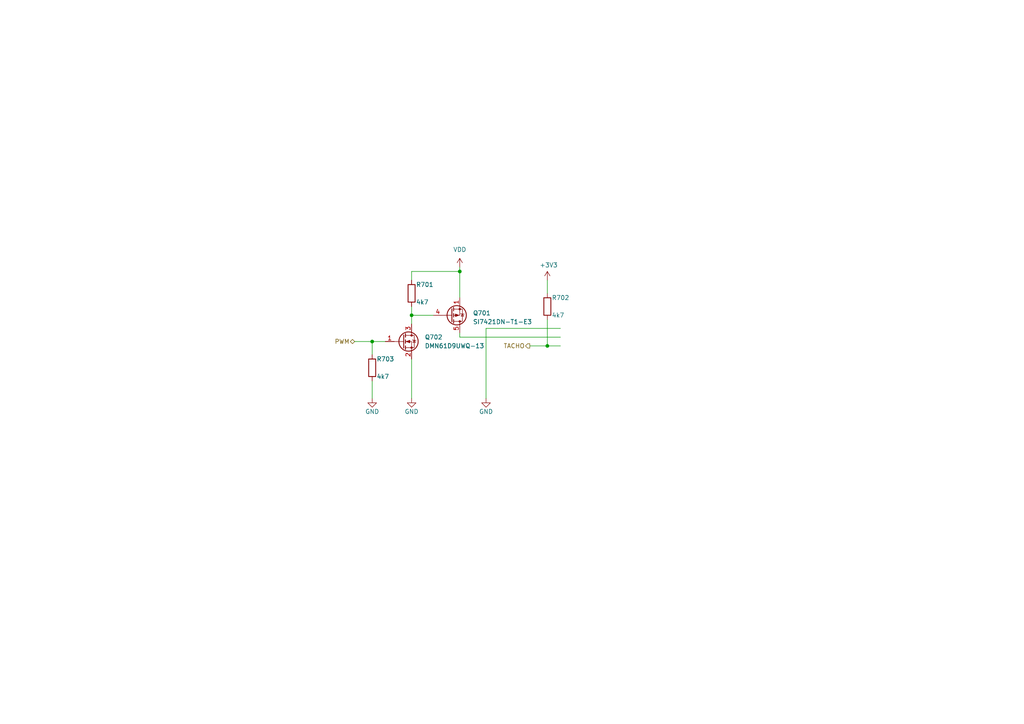
<source format=kicad_sch>
(kicad_sch
	(version 20231120)
	(generator "eeschema")
	(generator_version "8.0")
	(uuid "98cd95b4-d1be-4caa-8173-9ef0dc6d0fba")
	(paper "A4")
	(lib_symbols
		(symbol "Device:Q_NMOS_GSD"
			(pin_names
				(offset 0) hide)
			(exclude_from_sim no)
			(in_bom yes)
			(on_board yes)
			(property "Reference" "Q"
				(at 5.08 1.27 0)
				(effects
					(font
						(size 1.27 1.27)
					)
					(justify left)
				)
			)
			(property "Value" "Q_NMOS_GSD"
				(at 5.08 -1.27 0)
				(effects
					(font
						(size 1.27 1.27)
					)
					(justify left)
				)
			)
			(property "Footprint" ""
				(at 5.08 2.54 0)
				(effects
					(font
						(size 1.27 1.27)
					)
					(hide yes)
				)
			)
			(property "Datasheet" "~"
				(at 0 0 0)
				(effects
					(font
						(size 1.27 1.27)
					)
					(hide yes)
				)
			)
			(property "Description" "N-MOSFET transistor, gate/source/drain"
				(at 0 0 0)
				(effects
					(font
						(size 1.27 1.27)
					)
					(hide yes)
				)
			)
			(property "ki_keywords" "transistor NMOS N-MOS N-MOSFET"
				(at 0 0 0)
				(effects
					(font
						(size 1.27 1.27)
					)
					(hide yes)
				)
			)
			(symbol "Q_NMOS_GSD_0_1"
				(polyline
					(pts
						(xy 0.254 0) (xy -2.54 0)
					)
					(stroke
						(width 0)
						(type default)
					)
					(fill
						(type none)
					)
				)
				(polyline
					(pts
						(xy 0.254 1.905) (xy 0.254 -1.905)
					)
					(stroke
						(width 0.254)
						(type default)
					)
					(fill
						(type none)
					)
				)
				(polyline
					(pts
						(xy 0.762 -1.27) (xy 0.762 -2.286)
					)
					(stroke
						(width 0.254)
						(type default)
					)
					(fill
						(type none)
					)
				)
				(polyline
					(pts
						(xy 0.762 0.508) (xy 0.762 -0.508)
					)
					(stroke
						(width 0.254)
						(type default)
					)
					(fill
						(type none)
					)
				)
				(polyline
					(pts
						(xy 0.762 2.286) (xy 0.762 1.27)
					)
					(stroke
						(width 0.254)
						(type default)
					)
					(fill
						(type none)
					)
				)
				(polyline
					(pts
						(xy 2.54 2.54) (xy 2.54 1.778)
					)
					(stroke
						(width 0)
						(type default)
					)
					(fill
						(type none)
					)
				)
				(polyline
					(pts
						(xy 2.54 -2.54) (xy 2.54 0) (xy 0.762 0)
					)
					(stroke
						(width 0)
						(type default)
					)
					(fill
						(type none)
					)
				)
				(polyline
					(pts
						(xy 0.762 -1.778) (xy 3.302 -1.778) (xy 3.302 1.778) (xy 0.762 1.778)
					)
					(stroke
						(width 0)
						(type default)
					)
					(fill
						(type none)
					)
				)
				(polyline
					(pts
						(xy 1.016 0) (xy 2.032 0.381) (xy 2.032 -0.381) (xy 1.016 0)
					)
					(stroke
						(width 0)
						(type default)
					)
					(fill
						(type outline)
					)
				)
				(polyline
					(pts
						(xy 2.794 0.508) (xy 2.921 0.381) (xy 3.683 0.381) (xy 3.81 0.254)
					)
					(stroke
						(width 0)
						(type default)
					)
					(fill
						(type none)
					)
				)
				(polyline
					(pts
						(xy 3.302 0.381) (xy 2.921 -0.254) (xy 3.683 -0.254) (xy 3.302 0.381)
					)
					(stroke
						(width 0)
						(type default)
					)
					(fill
						(type none)
					)
				)
				(circle
					(center 1.651 0)
					(radius 2.794)
					(stroke
						(width 0.254)
						(type default)
					)
					(fill
						(type none)
					)
				)
				(circle
					(center 2.54 -1.778)
					(radius 0.254)
					(stroke
						(width 0)
						(type default)
					)
					(fill
						(type outline)
					)
				)
				(circle
					(center 2.54 1.778)
					(radius 0.254)
					(stroke
						(width 0)
						(type default)
					)
					(fill
						(type outline)
					)
				)
			)
			(symbol "Q_NMOS_GSD_1_1"
				(pin input line
					(at -5.08 0 0)
					(length 2.54)
					(name "G"
						(effects
							(font
								(size 1.27 1.27)
							)
						)
					)
					(number "1"
						(effects
							(font
								(size 1.27 1.27)
							)
						)
					)
				)
				(pin passive line
					(at 2.54 -5.08 90)
					(length 2.54)
					(name "S"
						(effects
							(font
								(size 1.27 1.27)
							)
						)
					)
					(number "2"
						(effects
							(font
								(size 1.27 1.27)
							)
						)
					)
				)
				(pin passive line
					(at 2.54 5.08 270)
					(length 2.54)
					(name "D"
						(effects
							(font
								(size 1.27 1.27)
							)
						)
					)
					(number "3"
						(effects
							(font
								(size 1.27 1.27)
							)
						)
					)
				)
			)
		)
		(symbol "Device:R"
			(pin_numbers hide)
			(pin_names
				(offset 0)
			)
			(exclude_from_sim no)
			(in_bom yes)
			(on_board yes)
			(property "Reference" "R"
				(at 2.032 0 90)
				(effects
					(font
						(size 1.27 1.27)
					)
				)
			)
			(property "Value" "R"
				(at 0 0 90)
				(effects
					(font
						(size 1.27 1.27)
					)
				)
			)
			(property "Footprint" ""
				(at -1.778 0 90)
				(effects
					(font
						(size 1.27 1.27)
					)
					(hide yes)
				)
			)
			(property "Datasheet" "~"
				(at 0 0 0)
				(effects
					(font
						(size 1.27 1.27)
					)
					(hide yes)
				)
			)
			(property "Description" "Resistor"
				(at 0 0 0)
				(effects
					(font
						(size 1.27 1.27)
					)
					(hide yes)
				)
			)
			(property "ki_keywords" "R res resistor"
				(at 0 0 0)
				(effects
					(font
						(size 1.27 1.27)
					)
					(hide yes)
				)
			)
			(property "ki_fp_filters" "R_*"
				(at 0 0 0)
				(effects
					(font
						(size 1.27 1.27)
					)
					(hide yes)
				)
			)
			(symbol "R_0_1"
				(rectangle
					(start -1.016 -2.54)
					(end 1.016 2.54)
					(stroke
						(width 0.254)
						(type default)
					)
					(fill
						(type none)
					)
				)
			)
			(symbol "R_1_1"
				(pin passive line
					(at 0 3.81 270)
					(length 1.27)
					(name "~"
						(effects
							(font
								(size 1.27 1.27)
							)
						)
					)
					(number "1"
						(effects
							(font
								(size 1.27 1.27)
							)
						)
					)
				)
				(pin passive line
					(at 0 -3.81 90)
					(length 1.27)
					(name "~"
						(effects
							(font
								(size 1.27 1.27)
							)
						)
					)
					(number "2"
						(effects
							(font
								(size 1.27 1.27)
							)
						)
					)
				)
			)
		)
		(symbol "mylib_ic:SI7421DN-T1-E3"
			(pin_names
				(offset 0) hide)
			(exclude_from_sim no)
			(in_bom yes)
			(on_board yes)
			(property "Reference" "Q"
				(at 5.08 1.27 0)
				(effects
					(font
						(size 1.27 1.27)
					)
					(justify left)
				)
			)
			(property "Value" "SI7421DN-T1-E3"
				(at 5.08 -1.27 0)
				(effects
					(font
						(size 1.27 1.27)
					)
					(justify left)
				)
			)
			(property "Footprint" "Package_SO:Vishay_PowerPAK_1212-8_Single"
				(at 5.08 2.54 0)
				(effects
					(font
						(size 1.27 1.27)
					)
					(hide yes)
				)
			)
			(property "Datasheet" "~"
				(at 0 0 0)
				(effects
					(font
						(size 1.27 1.27)
					)
					(hide yes)
				)
			)
			(property "Description" "P-MOSFET transistor, drain/gate/source"
				(at 0 0 0)
				(effects
					(font
						(size 1.27 1.27)
					)
					(hide yes)
				)
			)
			(property "ki_keywords" "transistor PMOS P-MOS P-MOSFET"
				(at 0 0 0)
				(effects
					(font
						(size 1.27 1.27)
					)
					(hide yes)
				)
			)
			(symbol "SI7421DN-T1-E3_0_1"
				(polyline
					(pts
						(xy 0.254 0) (xy -2.54 0)
					)
					(stroke
						(width 0)
						(type default)
					)
					(fill
						(type none)
					)
				)
				(polyline
					(pts
						(xy 0.254 1.905) (xy 0.254 -1.905)
					)
					(stroke
						(width 0.254)
						(type default)
					)
					(fill
						(type none)
					)
				)
				(polyline
					(pts
						(xy 0.762 -1.27) (xy 0.762 -2.286)
					)
					(stroke
						(width 0.254)
						(type default)
					)
					(fill
						(type none)
					)
				)
				(polyline
					(pts
						(xy 0.762 0.508) (xy 0.762 -0.508)
					)
					(stroke
						(width 0.254)
						(type default)
					)
					(fill
						(type none)
					)
				)
				(polyline
					(pts
						(xy 0.762 2.286) (xy 0.762 1.27)
					)
					(stroke
						(width 0.254)
						(type default)
					)
					(fill
						(type none)
					)
				)
				(polyline
					(pts
						(xy 2.54 2.54) (xy 2.54 1.778)
					)
					(stroke
						(width 0)
						(type default)
					)
					(fill
						(type none)
					)
				)
				(polyline
					(pts
						(xy 2.54 -2.54) (xy 2.54 0) (xy 0.762 0)
					)
					(stroke
						(width 0)
						(type default)
					)
					(fill
						(type none)
					)
				)
				(polyline
					(pts
						(xy 0.762 1.778) (xy 3.302 1.778) (xy 3.302 -1.778) (xy 0.762 -1.778)
					)
					(stroke
						(width 0)
						(type default)
					)
					(fill
						(type none)
					)
				)
				(polyline
					(pts
						(xy 2.286 0) (xy 1.27 0.381) (xy 1.27 -0.381) (xy 2.286 0)
					)
					(stroke
						(width 0)
						(type default)
					)
					(fill
						(type outline)
					)
				)
				(polyline
					(pts
						(xy 2.794 -0.508) (xy 2.921 -0.381) (xy 3.683 -0.381) (xy 3.81 -0.254)
					)
					(stroke
						(width 0)
						(type default)
					)
					(fill
						(type none)
					)
				)
				(polyline
					(pts
						(xy 3.302 -0.381) (xy 2.921 0.254) (xy 3.683 0.254) (xy 3.302 -0.381)
					)
					(stroke
						(width 0)
						(type default)
					)
					(fill
						(type none)
					)
				)
				(circle
					(center 1.651 0)
					(radius 2.794)
					(stroke
						(width 0.254)
						(type default)
					)
					(fill
						(type none)
					)
				)
				(circle
					(center 2.54 -1.778)
					(radius 0.254)
					(stroke
						(width 0)
						(type default)
					)
					(fill
						(type outline)
					)
				)
				(circle
					(center 2.54 1.778)
					(radius 0.254)
					(stroke
						(width 0)
						(type default)
					)
					(fill
						(type outline)
					)
				)
			)
			(symbol "SI7421DN-T1-E3_1_1"
				(pin passive line
					(at 2.54 -5.08 90)
					(length 2.54)
					(name "S"
						(effects
							(font
								(size 1.27 1.27)
							)
						)
					)
					(number "1"
						(effects
							(font
								(size 1.27 1.27)
							)
						)
					)
				)
				(pin passive line
					(at 2.54 -5.08 90)
					(length 2.54) hide
					(name "S"
						(effects
							(font
								(size 1.27 1.27)
							)
						)
					)
					(number "2"
						(effects
							(font
								(size 1.27 1.27)
							)
						)
					)
				)
				(pin passive line
					(at 2.54 -5.08 90)
					(length 2.54) hide
					(name "S"
						(effects
							(font
								(size 1.27 1.27)
							)
						)
					)
					(number "3"
						(effects
							(font
								(size 1.27 1.27)
							)
						)
					)
				)
				(pin input line
					(at -5.08 0 0)
					(length 2.54)
					(name "G"
						(effects
							(font
								(size 1.27 1.27)
							)
						)
					)
					(number "4"
						(effects
							(font
								(size 1.27 1.27)
							)
						)
					)
				)
				(pin passive line
					(at 2.54 5.08 270)
					(length 2.54)
					(name "D"
						(effects
							(font
								(size 1.27 1.27)
							)
						)
					)
					(number "5"
						(effects
							(font
								(size 1.27 1.27)
							)
						)
					)
				)
			)
		)
		(symbol "power:+3V3"
			(power)
			(pin_names
				(offset 0)
			)
			(exclude_from_sim no)
			(in_bom yes)
			(on_board yes)
			(property "Reference" "#PWR"
				(at 0 -3.81 0)
				(effects
					(font
						(size 1.27 1.27)
					)
					(hide yes)
				)
			)
			(property "Value" "+3V3"
				(at 0 3.556 0)
				(effects
					(font
						(size 1.27 1.27)
					)
				)
			)
			(property "Footprint" ""
				(at 0 0 0)
				(effects
					(font
						(size 1.27 1.27)
					)
					(hide yes)
				)
			)
			(property "Datasheet" ""
				(at 0 0 0)
				(effects
					(font
						(size 1.27 1.27)
					)
					(hide yes)
				)
			)
			(property "Description" "Power symbol creates a global label with name \"+3V3\""
				(at 0 0 0)
				(effects
					(font
						(size 1.27 1.27)
					)
					(hide yes)
				)
			)
			(property "ki_keywords" "global power"
				(at 0 0 0)
				(effects
					(font
						(size 1.27 1.27)
					)
					(hide yes)
				)
			)
			(symbol "+3V3_0_1"
				(polyline
					(pts
						(xy -0.762 1.27) (xy 0 2.54)
					)
					(stroke
						(width 0)
						(type default)
					)
					(fill
						(type none)
					)
				)
				(polyline
					(pts
						(xy 0 0) (xy 0 2.54)
					)
					(stroke
						(width 0)
						(type default)
					)
					(fill
						(type none)
					)
				)
				(polyline
					(pts
						(xy 0 2.54) (xy 0.762 1.27)
					)
					(stroke
						(width 0)
						(type default)
					)
					(fill
						(type none)
					)
				)
			)
			(symbol "+3V3_1_1"
				(pin power_in line
					(at 0 0 90)
					(length 0) hide
					(name "+3V3"
						(effects
							(font
								(size 1.27 1.27)
							)
						)
					)
					(number "1"
						(effects
							(font
								(size 1.27 1.27)
							)
						)
					)
				)
			)
		)
		(symbol "power:GND"
			(power)
			(pin_names
				(offset 0)
			)
			(exclude_from_sim no)
			(in_bom yes)
			(on_board yes)
			(property "Reference" "#PWR"
				(at 0 -6.35 0)
				(effects
					(font
						(size 1.27 1.27)
					)
					(hide yes)
				)
			)
			(property "Value" "GND"
				(at 0 -3.81 0)
				(effects
					(font
						(size 1.27 1.27)
					)
				)
			)
			(property "Footprint" ""
				(at 0 0 0)
				(effects
					(font
						(size 1.27 1.27)
					)
					(hide yes)
				)
			)
			(property "Datasheet" ""
				(at 0 0 0)
				(effects
					(font
						(size 1.27 1.27)
					)
					(hide yes)
				)
			)
			(property "Description" "Power symbol creates a global label with name \"GND\" , ground"
				(at 0 0 0)
				(effects
					(font
						(size 1.27 1.27)
					)
					(hide yes)
				)
			)
			(property "ki_keywords" "global power"
				(at 0 0 0)
				(effects
					(font
						(size 1.27 1.27)
					)
					(hide yes)
				)
			)
			(symbol "GND_0_1"
				(polyline
					(pts
						(xy 0 0) (xy 0 -1.27) (xy 1.27 -1.27) (xy 0 -2.54) (xy -1.27 -1.27) (xy 0 -1.27)
					)
					(stroke
						(width 0)
						(type default)
					)
					(fill
						(type none)
					)
				)
			)
			(symbol "GND_1_1"
				(pin power_in line
					(at 0 0 270)
					(length 0) hide
					(name "GND"
						(effects
							(font
								(size 1.27 1.27)
							)
						)
					)
					(number "1"
						(effects
							(font
								(size 1.27 1.27)
							)
						)
					)
				)
			)
		)
		(symbol "power:VDD"
			(power)
			(pin_names
				(offset 0)
			)
			(exclude_from_sim no)
			(in_bom yes)
			(on_board yes)
			(property "Reference" "#PWR"
				(at 0 -3.81 0)
				(effects
					(font
						(size 1.27 1.27)
					)
					(hide yes)
				)
			)
			(property "Value" "VDD"
				(at 0 3.81 0)
				(effects
					(font
						(size 1.27 1.27)
					)
				)
			)
			(property "Footprint" ""
				(at 0 0 0)
				(effects
					(font
						(size 1.27 1.27)
					)
					(hide yes)
				)
			)
			(property "Datasheet" ""
				(at 0 0 0)
				(effects
					(font
						(size 1.27 1.27)
					)
					(hide yes)
				)
			)
			(property "Description" "Power symbol creates a global label with name \"VDD\""
				(at 0 0 0)
				(effects
					(font
						(size 1.27 1.27)
					)
					(hide yes)
				)
			)
			(property "ki_keywords" "global power"
				(at 0 0 0)
				(effects
					(font
						(size 1.27 1.27)
					)
					(hide yes)
				)
			)
			(symbol "VDD_0_1"
				(polyline
					(pts
						(xy -0.762 1.27) (xy 0 2.54)
					)
					(stroke
						(width 0)
						(type default)
					)
					(fill
						(type none)
					)
				)
				(polyline
					(pts
						(xy 0 0) (xy 0 2.54)
					)
					(stroke
						(width 0)
						(type default)
					)
					(fill
						(type none)
					)
				)
				(polyline
					(pts
						(xy 0 2.54) (xy 0.762 1.27)
					)
					(stroke
						(width 0)
						(type default)
					)
					(fill
						(type none)
					)
				)
			)
			(symbol "VDD_1_1"
				(pin power_in line
					(at 0 0 90)
					(length 0) hide
					(name "VDD"
						(effects
							(font
								(size 1.27 1.27)
							)
						)
					)
					(number "1"
						(effects
							(font
								(size 1.27 1.27)
							)
						)
					)
				)
			)
		)
	)
	(junction
		(at 133.35 78.74)
		(diameter 0)
		(color 0 0 0 0)
		(uuid "269b5fc4-f6c6-488a-acc3-b206a5915c03")
	)
	(junction
		(at 158.75 100.33)
		(diameter 0)
		(color 0 0 0 0)
		(uuid "71ab21fd-e1fb-4f38-a96d-d902b058f332")
	)
	(junction
		(at 119.38 91.44)
		(diameter 0)
		(color 0 0 0 0)
		(uuid "7e59d367-66f6-454b-98a3-917a505bd2b2")
	)
	(junction
		(at 107.95 99.06)
		(diameter 0)
		(color 0 0 0 0)
		(uuid "850fdbd8-0edb-40f5-bafc-2043382c3e46")
	)
	(wire
		(pts
			(xy 158.75 100.33) (xy 162.56 100.33)
		)
		(stroke
			(width 0)
			(type default)
		)
		(uuid "0062f688-628c-4284-8ff7-73984156ae22")
	)
	(wire
		(pts
			(xy 107.95 99.06) (xy 102.87 99.06)
		)
		(stroke
			(width 0)
			(type default)
		)
		(uuid "09f0dcd1-16b7-44dc-a970-fe3fc3c4a30d")
	)
	(wire
		(pts
			(xy 158.75 81.28) (xy 158.75 85.09)
		)
		(stroke
			(width 0)
			(type default)
		)
		(uuid "11f3a81c-5fc6-4291-9d68-6a3005c2799c")
	)
	(wire
		(pts
			(xy 107.95 102.87) (xy 107.95 99.06)
		)
		(stroke
			(width 0)
			(type default)
		)
		(uuid "137784c3-1d16-42d6-8d56-ceca266274f5")
	)
	(wire
		(pts
			(xy 140.97 95.25) (xy 162.56 95.25)
		)
		(stroke
			(width 0)
			(type default)
		)
		(uuid "2372b85b-f952-4b57-9e64-ec7e380b0ad2")
	)
	(wire
		(pts
			(xy 133.35 86.36) (xy 133.35 78.74)
		)
		(stroke
			(width 0)
			(type default)
		)
		(uuid "31288c94-ae0e-4174-859a-51290401499a")
	)
	(wire
		(pts
			(xy 119.38 78.74) (xy 133.35 78.74)
		)
		(stroke
			(width 0)
			(type default)
		)
		(uuid "3de30d36-838a-4e59-ac4e-1c95822b6f1c")
	)
	(wire
		(pts
			(xy 119.38 104.14) (xy 119.38 115.57)
		)
		(stroke
			(width 0)
			(type default)
		)
		(uuid "4ab99d2c-8d51-49c9-93e8-c407a86f2dbf")
	)
	(wire
		(pts
			(xy 119.38 78.74) (xy 119.38 81.28)
		)
		(stroke
			(width 0)
			(type default)
		)
		(uuid "563a8995-5be0-4a45-8eb6-f89d10ad5e30")
	)
	(wire
		(pts
			(xy 133.35 97.79) (xy 162.56 97.79)
		)
		(stroke
			(width 0)
			(type default)
		)
		(uuid "7a592bae-d8ed-4dd1-961c-bbe45a05710c")
	)
	(wire
		(pts
			(xy 133.35 78.74) (xy 133.35 77.47)
		)
		(stroke
			(width 0)
			(type default)
		)
		(uuid "8be46e6f-af0a-4a7b-835a-0068c2198e28")
	)
	(wire
		(pts
			(xy 158.75 92.71) (xy 158.75 100.33)
		)
		(stroke
			(width 0)
			(type default)
		)
		(uuid "a26563fe-07fb-4de9-81e3-09ebb77c58d6")
	)
	(wire
		(pts
			(xy 119.38 91.44) (xy 125.73 91.44)
		)
		(stroke
			(width 0)
			(type default)
		)
		(uuid "afc505ac-c148-4367-8bf4-235d8c0fd7de")
	)
	(wire
		(pts
			(xy 119.38 91.44) (xy 119.38 93.98)
		)
		(stroke
			(width 0)
			(type default)
		)
		(uuid "b29aea77-93e8-461d-952e-64de747fe374")
	)
	(wire
		(pts
			(xy 153.67 100.33) (xy 158.75 100.33)
		)
		(stroke
			(width 0)
			(type default)
		)
		(uuid "baf6df88-85ce-440a-bfcc-c9eb4cf2f4f5")
	)
	(wire
		(pts
			(xy 119.38 88.9) (xy 119.38 91.44)
		)
		(stroke
			(width 0)
			(type default)
		)
		(uuid "bc211ff2-8d78-423e-9b27-071141b22126")
	)
	(wire
		(pts
			(xy 107.95 99.06) (xy 111.76 99.06)
		)
		(stroke
			(width 0)
			(type default)
		)
		(uuid "c8ac172b-0030-4289-8338-5c94ac703ccd")
	)
	(wire
		(pts
			(xy 133.35 96.52) (xy 133.35 97.79)
		)
		(stroke
			(width 0)
			(type default)
		)
		(uuid "d39da4bb-49b2-4e5a-9527-ce58f42925ca")
	)
	(wire
		(pts
			(xy 107.95 110.49) (xy 107.95 115.57)
		)
		(stroke
			(width 0)
			(type default)
		)
		(uuid "ed5bb5f8-b1f3-4af3-ae99-e1dd4aecbacc")
	)
	(wire
		(pts
			(xy 140.97 95.25) (xy 140.97 115.57)
		)
		(stroke
			(width 0)
			(type default)
		)
		(uuid "ed84cc5f-7f16-4fc2-b4ce-cf28f9d0b9ae")
	)
	(hierarchical_label "PWM"
		(shape bidirectional)
		(at 102.87 99.06 180)
		(fields_autoplaced yes)
		(effects
			(font
				(size 1.27 1.27)
			)
			(justify right)
		)
		(uuid "84321353-fa54-4de6-8231-f2fcdad683b4")
	)
	(hierarchical_label "TACHO"
		(shape output)
		(at 153.67 100.33 180)
		(fields_autoplaced yes)
		(effects
			(font
				(size 1.27 1.27)
			)
			(justify right)
		)
		(uuid "85413510-4032-4495-9925-49736c8fa0dd")
	)
	(symbol
		(lib_id "power:GND")
		(at 107.95 115.57 0)
		(unit 1)
		(exclude_from_sim no)
		(in_bom yes)
		(on_board yes)
		(dnp no)
		(uuid "2c17123c-5bef-47ff-8fc9-56444765b92d")
		(property "Reference" "#PWR0703"
			(at 107.95 121.92 0)
			(effects
				(font
					(size 1.27 1.27)
				)
				(hide yes)
			)
		)
		(property "Value" "GND"
			(at 107.95 119.38 0)
			(effects
				(font
					(size 1.27 1.27)
				)
			)
		)
		(property "Footprint" ""
			(at 107.95 115.57 0)
			(effects
				(font
					(size 1.27 1.27)
				)
				(hide yes)
			)
		)
		(property "Datasheet" ""
			(at 107.95 115.57 0)
			(effects
				(font
					(size 1.27 1.27)
				)
				(hide yes)
			)
		)
		(property "Description" ""
			(at 107.95 115.57 0)
			(effects
				(font
					(size 1.27 1.27)
				)
				(hide yes)
			)
		)
		(pin "1"
			(uuid "e02893b3-4447-4798-99d0-79e9af309e25")
		)
		(instances
			(project "firewaterburn"
				(path "/e63e39d7-6ac0-4ffd-8aa3-1841a4541b55/086a34bb-afdd-4e72-a705-1da0ffa64728"
					(reference "#PWR0703")
					(unit 1)
				)
			)
		)
	)
	(symbol
		(lib_id "power:GND")
		(at 119.38 115.57 0)
		(unit 1)
		(exclude_from_sim no)
		(in_bom yes)
		(on_board yes)
		(dnp no)
		(uuid "38bd3084-3987-4c5c-ab97-b9007d6bfbc5")
		(property "Reference" "#PWR0704"
			(at 119.38 121.92 0)
			(effects
				(font
					(size 1.27 1.27)
				)
				(hide yes)
			)
		)
		(property "Value" "GND"
			(at 119.38 119.38 0)
			(effects
				(font
					(size 1.27 1.27)
				)
			)
		)
		(property "Footprint" ""
			(at 119.38 115.57 0)
			(effects
				(font
					(size 1.27 1.27)
				)
				(hide yes)
			)
		)
		(property "Datasheet" ""
			(at 119.38 115.57 0)
			(effects
				(font
					(size 1.27 1.27)
				)
				(hide yes)
			)
		)
		(property "Description" ""
			(at 119.38 115.57 0)
			(effects
				(font
					(size 1.27 1.27)
				)
				(hide yes)
			)
		)
		(pin "1"
			(uuid "7a9c6492-76d1-455d-b3e3-dc1803734cac")
		)
		(instances
			(project "firewaterburn"
				(path "/e63e39d7-6ac0-4ffd-8aa3-1841a4541b55/086a34bb-afdd-4e72-a705-1da0ffa64728"
					(reference "#PWR0704")
					(unit 1)
				)
			)
		)
	)
	(symbol
		(lib_id "Device:R")
		(at 107.95 106.68 0)
		(unit 1)
		(exclude_from_sim no)
		(in_bom yes)
		(on_board yes)
		(dnp no)
		(uuid "5e1f878f-964d-404d-9d1d-e62c953d2f0d")
		(property "Reference" "R703"
			(at 109.22 104.14 0)
			(effects
				(font
					(size 1.27 1.27)
				)
				(justify left)
			)
		)
		(property "Value" "4k7"
			(at 109.22 109.22 0)
			(effects
				(font
					(size 1.27 1.27)
				)
				(justify left)
			)
		)
		(property "Footprint" "Resistor_SMD:R_0603_1608Metric"
			(at 106.172 106.68 90)
			(effects
				(font
					(size 1.27 1.27)
				)
				(hide yes)
			)
		)
		(property "Datasheet" "~"
			(at 107.95 106.68 0)
			(effects
				(font
					(size 1.27 1.27)
				)
				(hide yes)
			)
		)
		(property "Description" ""
			(at 107.95 106.68 0)
			(effects
				(font
					(size 1.27 1.27)
				)
				(hide yes)
			)
		)
		(property "Digikey" "311-4.70KHRCT-ND"
			(at 107.95 106.68 0)
			(effects
				(font
					(size 1.27 1.27)
				)
				(hide yes)
			)
		)
		(pin "1"
			(uuid "ec9cd563-0cd1-414f-a23e-784524bf9c0b")
		)
		(pin "2"
			(uuid "e811f94c-648e-46f4-8efb-9ab0ab25f048")
		)
		(instances
			(project "firewaterburn"
				(path "/e63e39d7-6ac0-4ffd-8aa3-1841a4541b55/086a34bb-afdd-4e72-a705-1da0ffa64728"
					(reference "R703")
					(unit 1)
				)
			)
		)
	)
	(symbol
		(lib_id "power:GND")
		(at 140.97 115.57 0)
		(unit 1)
		(exclude_from_sim no)
		(in_bom yes)
		(on_board yes)
		(dnp no)
		(uuid "a2b7ff9a-c7e6-4eb9-820c-033f63ea1ab1")
		(property "Reference" "#PWR0705"
			(at 140.97 121.92 0)
			(effects
				(font
					(size 1.27 1.27)
				)
				(hide yes)
			)
		)
		(property "Value" "GND"
			(at 140.97 119.38 0)
			(effects
				(font
					(size 1.27 1.27)
				)
			)
		)
		(property "Footprint" ""
			(at 140.97 115.57 0)
			(effects
				(font
					(size 1.27 1.27)
				)
				(hide yes)
			)
		)
		(property "Datasheet" ""
			(at 140.97 115.57 0)
			(effects
				(font
					(size 1.27 1.27)
				)
				(hide yes)
			)
		)
		(property "Description" ""
			(at 140.97 115.57 0)
			(effects
				(font
					(size 1.27 1.27)
				)
				(hide yes)
			)
		)
		(pin "1"
			(uuid "7c4a5005-bdb3-4192-8819-04098ae040d1")
		)
		(instances
			(project "firewaterburn"
				(path "/e63e39d7-6ac0-4ffd-8aa3-1841a4541b55/086a34bb-afdd-4e72-a705-1da0ffa64728"
					(reference "#PWR0705")
					(unit 1)
				)
			)
		)
	)
	(symbol
		(lib_id "mylib_ic:SI7421DN-T1-E3")
		(at 130.81 91.44 0)
		(mirror x)
		(unit 1)
		(exclude_from_sim no)
		(in_bom yes)
		(on_board yes)
		(dnp no)
		(fields_autoplaced yes)
		(uuid "a8455f01-427b-4c43-a461-9497f0273fbb")
		(property "Reference" "Q701"
			(at 137.16 90.805 0)
			(effects
				(font
					(size 1.27 1.27)
				)
				(justify left)
			)
		)
		(property "Value" "SI7421DN-T1-E3"
			(at 137.16 93.345 0)
			(effects
				(font
					(size 1.27 1.27)
				)
				(justify left)
			)
		)
		(property "Footprint" "mylib_ic:Vishay_PowerPAK_1212-8_Single"
			(at 135.89 93.98 0)
			(effects
				(font
					(size 1.27 1.27)
				)
				(hide yes)
			)
		)
		(property "Datasheet" "~"
			(at 130.81 91.44 0)
			(effects
				(font
					(size 1.27 1.27)
				)
				(hide yes)
			)
		)
		(property "Description" ""
			(at 130.81 91.44 0)
			(effects
				(font
					(size 1.27 1.27)
				)
				(hide yes)
			)
		)
		(property "Digikey" "SI7421DN-T1-E3CT-ND"
			(at 130.81 91.44 90)
			(effects
				(font
					(size 1.27 1.27)
				)
				(hide yes)
			)
		)
		(pin "1"
			(uuid "1a0ca60c-bfb3-4a08-9c78-e27c1c1cc62d")
		)
		(pin "2"
			(uuid "f8704d23-0c15-4081-a764-5c644751563b")
		)
		(pin "3"
			(uuid "6cc800ff-0853-4aa1-a3e3-4d34e10a61a7")
		)
		(pin "4"
			(uuid "b4a58d55-69e4-40df-be70-d2d0ba3f7d1f")
		)
		(pin "5"
			(uuid "c5ceb51c-83e3-4aaf-ac43-85edfb7a33ad")
		)
		(instances
			(project "firewaterburn"
				(path "/e63e39d7-6ac0-4ffd-8aa3-1841a4541b55/086a34bb-afdd-4e72-a705-1da0ffa64728"
					(reference "Q701")
					(unit 1)
				)
			)
		)
	)
	(symbol
		(lib_id "Device:R")
		(at 158.75 88.9 0)
		(unit 1)
		(exclude_from_sim no)
		(in_bom yes)
		(on_board yes)
		(dnp no)
		(fields_autoplaced yes)
		(uuid "a9de1750-8587-4e85-bdf1-e21067ffbbf7")
		(property "Reference" "R702"
			(at 160.02 86.36 0)
			(effects
				(font
					(size 1.27 1.27)
				)
				(justify left)
			)
		)
		(property "Value" "4k7"
			(at 160.02 91.44 0)
			(effects
				(font
					(size 1.27 1.27)
				)
				(justify left)
			)
		)
		(property "Footprint" "Resistor_SMD:R_0603_1608Metric"
			(at 156.972 88.9 90)
			(effects
				(font
					(size 1.27 1.27)
				)
				(hide yes)
			)
		)
		(property "Datasheet" "~"
			(at 158.75 88.9 0)
			(effects
				(font
					(size 1.27 1.27)
				)
				(hide yes)
			)
		)
		(property "Description" ""
			(at 158.75 88.9 0)
			(effects
				(font
					(size 1.27 1.27)
				)
				(hide yes)
			)
		)
		(property "Digikey" "311-4.70KHRCT-ND"
			(at 158.75 88.9 0)
			(effects
				(font
					(size 1.27 1.27)
				)
				(hide yes)
			)
		)
		(pin "1"
			(uuid "2c1d9c40-674d-40fc-bb6c-d95814799e7c")
		)
		(pin "2"
			(uuid "86e5b6e6-008d-4893-afe1-a991391f0dee")
		)
		(instances
			(project "firewaterburn"
				(path "/e63e39d7-6ac0-4ffd-8aa3-1841a4541b55/086a34bb-afdd-4e72-a705-1da0ffa64728"
					(reference "R702")
					(unit 1)
				)
			)
		)
	)
	(symbol
		(lib_id "Device:Q_NMOS_GSD")
		(at 116.84 99.06 0)
		(unit 1)
		(exclude_from_sim no)
		(in_bom yes)
		(on_board yes)
		(dnp no)
		(fields_autoplaced yes)
		(uuid "b1ae8c08-dfc5-4c8a-b52b-41f9aa57e07d")
		(property "Reference" "Q702"
			(at 123.19 97.7899 0)
			(effects
				(font
					(size 1.27 1.27)
				)
				(justify left)
			)
		)
		(property "Value" "DMN61D9UWQ-13"
			(at 123.19 100.3299 0)
			(effects
				(font
					(size 1.27 1.27)
				)
				(justify left)
			)
		)
		(property "Footprint" "Package_TO_SOT_SMD:SOT-323_SC-70"
			(at 121.92 96.52 0)
			(effects
				(font
					(size 1.27 1.27)
				)
				(hide yes)
			)
		)
		(property "Datasheet" "~"
			(at 116.84 99.06 0)
			(effects
				(font
					(size 1.27 1.27)
				)
				(hide yes)
			)
		)
		(property "Description" ""
			(at 116.84 99.06 0)
			(effects
				(font
					(size 1.27 1.27)
				)
				(hide yes)
			)
		)
		(property "Digikey" "DMN61D9UWQ-13DICT-ND"
			(at 116.84 99.06 0)
			(effects
				(font
					(size 1.27 1.27)
				)
				(hide yes)
			)
		)
		(pin "1"
			(uuid "e37500f0-94f4-4c46-bcd2-7b0981c4f94f")
		)
		(pin "2"
			(uuid "e7f66861-5661-4ca0-8a55-f55d07a158ea")
		)
		(pin "3"
			(uuid "96a83aad-a82e-4c3a-8f10-e2189ade25b2")
		)
		(instances
			(project "firewaterburn"
				(path "/e63e39d7-6ac0-4ffd-8aa3-1841a4541b55/086a34bb-afdd-4e72-a705-1da0ffa64728"
					(reference "Q702")
					(unit 1)
				)
			)
		)
	)
	(symbol
		(lib_id "Device:R")
		(at 119.38 85.09 0)
		(unit 1)
		(exclude_from_sim no)
		(in_bom yes)
		(on_board yes)
		(dnp no)
		(fields_autoplaced yes)
		(uuid "e11820c6-16ff-4cb1-8fb5-a0186743c64c")
		(property "Reference" "R701"
			(at 120.65 82.55 0)
			(effects
				(font
					(size 1.27 1.27)
				)
				(justify left)
			)
		)
		(property "Value" "4k7"
			(at 120.65 87.63 0)
			(effects
				(font
					(size 1.27 1.27)
				)
				(justify left)
			)
		)
		(property "Footprint" "Resistor_SMD:R_0603_1608Metric"
			(at 117.602 85.09 90)
			(effects
				(font
					(size 1.27 1.27)
				)
				(hide yes)
			)
		)
		(property "Datasheet" "~"
			(at 119.38 85.09 0)
			(effects
				(font
					(size 1.27 1.27)
				)
				(hide yes)
			)
		)
		(property "Description" ""
			(at 119.38 85.09 0)
			(effects
				(font
					(size 1.27 1.27)
				)
				(hide yes)
			)
		)
		(property "Digikey" "311-4.70KHRCT-ND"
			(at 119.38 85.09 0)
			(effects
				(font
					(size 1.27 1.27)
				)
				(hide yes)
			)
		)
		(pin "1"
			(uuid "78c44ce1-279b-4c09-b7e7-984aaf2d10a0")
		)
		(pin "2"
			(uuid "6950b2e7-aca0-46a4-b317-a932edb4f07d")
		)
		(instances
			(project "firewaterburn"
				(path "/e63e39d7-6ac0-4ffd-8aa3-1841a4541b55/086a34bb-afdd-4e72-a705-1da0ffa64728"
					(reference "R701")
					(unit 1)
				)
			)
		)
	)
	(symbol
		(lib_id "power:+3V3")
		(at 158.75 81.28 0)
		(unit 1)
		(exclude_from_sim no)
		(in_bom yes)
		(on_board yes)
		(dnp no)
		(uuid "e3f8e071-d921-4e91-80fc-afa00d02b8ae")
		(property "Reference" "#PWR0702"
			(at 158.75 85.09 0)
			(effects
				(font
					(size 1.27 1.27)
				)
				(hide yes)
			)
		)
		(property "Value" "+3V3"
			(at 159.131 76.8858 0)
			(effects
				(font
					(size 1.27 1.27)
				)
			)
		)
		(property "Footprint" ""
			(at 158.75 81.28 0)
			(effects
				(font
					(size 1.27 1.27)
				)
				(hide yes)
			)
		)
		(property "Datasheet" ""
			(at 158.75 81.28 0)
			(effects
				(font
					(size 1.27 1.27)
				)
				(hide yes)
			)
		)
		(property "Description" ""
			(at 158.75 81.28 0)
			(effects
				(font
					(size 1.27 1.27)
				)
				(hide yes)
			)
		)
		(pin "1"
			(uuid "20d5f4cd-fff8-4750-85bd-58f64c7b3586")
		)
		(instances
			(project "firewaterburn"
				(path "/e63e39d7-6ac0-4ffd-8aa3-1841a4541b55/086a34bb-afdd-4e72-a705-1da0ffa64728"
					(reference "#PWR0702")
					(unit 1)
				)
			)
		)
	)
	(symbol
		(lib_id "power:VDD")
		(at 133.35 77.47 0)
		(unit 1)
		(exclude_from_sim no)
		(in_bom yes)
		(on_board yes)
		(dnp no)
		(fields_autoplaced yes)
		(uuid "ff437359-bb7b-477f-9d4e-1384127fed8d")
		(property "Reference" "#PWR0701"
			(at 133.35 81.28 0)
			(effects
				(font
					(size 1.27 1.27)
				)
				(hide yes)
			)
		)
		(property "Value" "VDD"
			(at 133.35 72.39 0)
			(effects
				(font
					(size 1.27 1.27)
				)
			)
		)
		(property "Footprint" ""
			(at 133.35 77.47 0)
			(effects
				(font
					(size 1.27 1.27)
				)
				(hide yes)
			)
		)
		(property "Datasheet" ""
			(at 133.35 77.47 0)
			(effects
				(font
					(size 1.27 1.27)
				)
				(hide yes)
			)
		)
		(property "Description" ""
			(at 133.35 77.47 0)
			(effects
				(font
					(size 1.27 1.27)
				)
				(hide yes)
			)
		)
		(pin "1"
			(uuid "c2aff541-ada2-428e-b9d7-abb71cb52c2a")
		)
		(instances
			(project "firewaterburn"
				(path "/e63e39d7-6ac0-4ffd-8aa3-1841a4541b55/086a34bb-afdd-4e72-a705-1da0ffa64728"
					(reference "#PWR0701")
					(unit 1)
				)
			)
		)
	)
)
</source>
